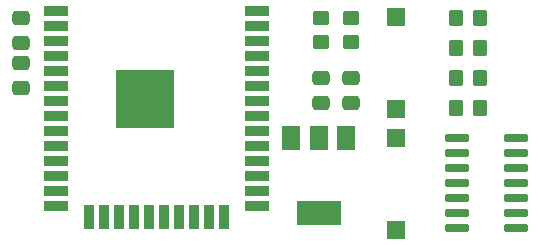
<source format=gbr>
%TF.GenerationSoftware,KiCad,Pcbnew,(6.0.11)*%
%TF.CreationDate,2023-09-13T09:35:20+02:00*%
%TF.ProjectId,WLED_ESP32_Controller,574c4544-5f45-4535-9033-325f436f6e74,rev?*%
%TF.SameCoordinates,Original*%
%TF.FileFunction,Paste,Top*%
%TF.FilePolarity,Positive*%
%FSLAX46Y46*%
G04 Gerber Fmt 4.6, Leading zero omitted, Abs format (unit mm)*
G04 Created by KiCad (PCBNEW (6.0.11)) date 2023-09-13 09:35:20*
%MOMM*%
%LPD*%
G01*
G04 APERTURE LIST*
G04 Aperture macros list*
%AMRoundRect*
0 Rectangle with rounded corners*
0 $1 Rounding radius*
0 $2 $3 $4 $5 $6 $7 $8 $9 X,Y pos of 4 corners*
0 Add a 4 corners polygon primitive as box body*
4,1,4,$2,$3,$4,$5,$6,$7,$8,$9,$2,$3,0*
0 Add four circle primitives for the rounded corners*
1,1,$1+$1,$2,$3*
1,1,$1+$1,$4,$5*
1,1,$1+$1,$6,$7*
1,1,$1+$1,$8,$9*
0 Add four rect primitives between the rounded corners*
20,1,$1+$1,$2,$3,$4,$5,0*
20,1,$1+$1,$4,$5,$6,$7,0*
20,1,$1+$1,$6,$7,$8,$9,0*
20,1,$1+$1,$8,$9,$2,$3,0*%
G04 Aperture macros list end*
%ADD10R,1.500000X2.000000*%
%ADD11R,3.800000X2.000000*%
%ADD12RoundRect,0.250000X0.475000X-0.337500X0.475000X0.337500X-0.475000X0.337500X-0.475000X-0.337500X0*%
%ADD13RoundRect,0.249999X0.450001X-0.350001X0.450001X0.350001X-0.450001X0.350001X-0.450001X-0.350001X0*%
%ADD14RoundRect,0.250000X-0.475000X0.337500X-0.475000X-0.337500X0.475000X-0.337500X0.475000X0.337500X0*%
%ADD15R,1.500000X1.500000*%
%ADD16RoundRect,0.090000X0.895000X0.210000X-0.895000X0.210000X-0.895000X-0.210000X0.895000X-0.210000X0*%
%ADD17RoundRect,0.249999X-0.350001X-0.450001X0.350001X-0.450001X0.350001X0.450001X-0.350001X0.450001X0*%
%ADD18R,2.000000X0.900000*%
%ADD19R,0.900000X2.000000*%
%ADD20R,5.000000X5.000000*%
G04 APERTURE END LIST*
D10*
%TO.C,U1*%
X121440000Y-113030000D03*
D11*
X119140000Y-119330000D03*
D10*
X119140000Y-113030000D03*
X116840000Y-113030000D03*
%TD*%
D12*
%TO.C,C2*%
X121920000Y-110025000D03*
X121920000Y-107950000D03*
%TD*%
D13*
%TO.C,R5*%
X121920000Y-104870000D03*
X121920000Y-102870000D03*
%TD*%
D12*
%TO.C,C3*%
X93980000Y-108755000D03*
X93980000Y-106680000D03*
%TD*%
D14*
%TO.C,C4*%
X93980000Y-102870000D03*
X93980000Y-104945000D03*
%TD*%
D15*
%TO.C,SW1*%
X125730000Y-120830000D03*
X125730000Y-113030000D03*
%TD*%
D16*
%TO.C,U3*%
X135825000Y-120650000D03*
X135825000Y-119380000D03*
X135825000Y-118110000D03*
X135825000Y-116840000D03*
X135825000Y-115570000D03*
X135825000Y-114300000D03*
X135825000Y-113030000D03*
X130875000Y-113030000D03*
X130875000Y-114300000D03*
X130875000Y-115570000D03*
X130875000Y-116840000D03*
X130875000Y-118110000D03*
X130875000Y-119380000D03*
X130875000Y-120650000D03*
%TD*%
D17*
%TO.C,R1*%
X130810000Y-110490000D03*
X132810000Y-110490000D03*
%TD*%
%TO.C,R2*%
X130810000Y-107950000D03*
X132810000Y-107950000D03*
%TD*%
%TO.C,R3*%
X130810000Y-105410000D03*
X132810000Y-105410000D03*
%TD*%
%TO.C,R4*%
X130810000Y-102870000D03*
X132810000Y-102870000D03*
%TD*%
D13*
%TO.C,R6*%
X119380000Y-104870000D03*
X119380000Y-102870000D03*
%TD*%
D12*
%TO.C,C1*%
X119380000Y-110025000D03*
X119380000Y-107950000D03*
%TD*%
D15*
%TO.C,SW2*%
X125730000Y-110580000D03*
X125730000Y-102780000D03*
%TD*%
D18*
%TO.C,U2*%
X96910000Y-102235000D03*
X96910000Y-103505000D03*
X96910000Y-104775000D03*
X96910000Y-106045000D03*
X96910000Y-107315000D03*
X96910000Y-108585000D03*
X96910000Y-109855000D03*
X96910000Y-111125000D03*
X96910000Y-112395000D03*
X96910000Y-113665000D03*
X96910000Y-114935000D03*
X96910000Y-116205000D03*
X96910000Y-117475000D03*
X96910000Y-118745000D03*
D19*
X99695000Y-119745000D03*
X100965000Y-119745000D03*
X102235000Y-119745000D03*
X103505000Y-119745000D03*
X104775000Y-119745000D03*
X106045000Y-119745000D03*
X107315000Y-119745000D03*
X108585000Y-119745000D03*
X109855000Y-119745000D03*
X111125000Y-119745000D03*
D18*
X113910000Y-118745000D03*
X113910000Y-117475000D03*
X113910000Y-116205000D03*
X113910000Y-114935000D03*
X113910000Y-113665000D03*
X113910000Y-112395000D03*
X113910000Y-111125000D03*
X113910000Y-109855000D03*
X113910000Y-108585000D03*
X113910000Y-107315000D03*
X113910000Y-106045000D03*
X113910000Y-104775000D03*
X113910000Y-103505000D03*
X113910000Y-102235000D03*
D20*
X104410000Y-109735000D03*
%TD*%
M02*

</source>
